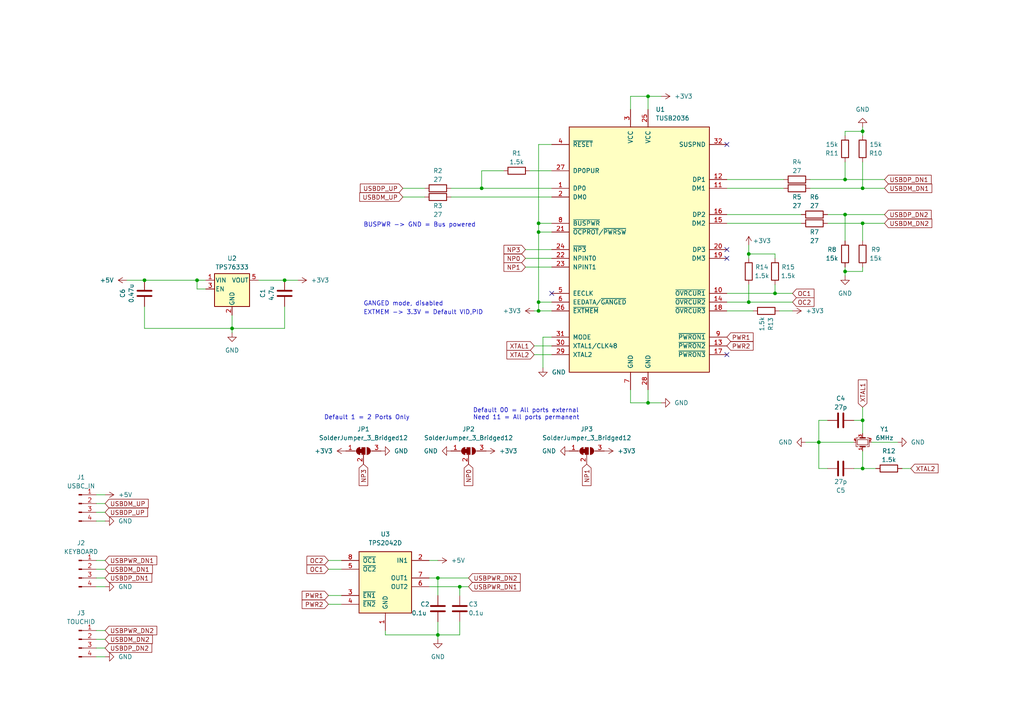
<source format=kicad_sch>
(kicad_sch (version 20230121) (generator eeschema)
  (paper "A4")
  (lib_symbols
    (symbol "Connector:Conn_01x04_Pin" (pin_names (offset 1.016) hide)
      (property "Reference" "J" (at 0 5.08 0))
      (property "Value" "Conn_01x04_Pin" (at 0 -7.62 0))
      (symbol "Conn_01x04_Pin_1_1"
        (polyline (pts (xy 1.27 -5.08) (xy 0.8636 -5.08)) (stroke (width 0.1524)))
        (polyline (pts (xy 1.27 -2.54) (xy 0.8636 -2.54)) (stroke (width 0.1524)))
        (polyline (pts (xy 1.27 0) (xy 0.8636 0)) (stroke (width 0.1524)))
        (polyline (pts (xy 1.27 2.54) (xy 0.8636 2.54)) (stroke (width 0.1524)))
        (rectangle (start 0.8636 -4.953) (end 0 -5.207) (stroke (width 0.1524)) (fill (type outline)))
        (rectangle (start 0.8636 -2.413) (end 0 -2.667) (stroke (width 0.1524)) (fill (type outline)))
        (rectangle (start 0.8636 0.127) (end 0 -0.127) (stroke (width 0.1524)) (fill (type outline)))
        (rectangle (start 0.8636 2.667) (end 0 2.413) (stroke (width 0.1524)) (fill (type outline)))
        (pin passive line (at 5.08 2.54 180) (length 3.81) (name "Pin_1") (number "1"))
        (pin passive line (at 5.08 0 180) (length 3.81) (name "Pin_2") (number "2"))
        (pin passive line (at 5.08 -2.54 180) (length 3.81) (name "Pin_3") (number "3"))
        (pin passive line (at 5.08 -5.08 180) (length 3.81) (name "Pin_4") (number "4"))
      )
    )
    (symbol "Device:C" (pin_numbers hide) (pin_names (offset 0.254))
      (property "Reference" "C" (at 0.635 2.54 0))
      (property "Value" "C" (at 0.635 -2.54 0))
      (symbol "C_0_1"
        (polyline (pts (xy -2.032 -0.762) (xy 2.032 -0.762)) (stroke (width 0.508)))
        (polyline (pts (xy -2.032 0.762) (xy 2.032 0.762)) (stroke (width 0.508)))
      )
      (symbol "C_1_1"
        (pin passive line (at 0 3.81 270) (length 2.794) (name "~") (number "1"))
        (pin passive line (at 0 -3.81 90) (length 2.794) (name "~") (number "2"))
      )
    )
    (symbol "Device:Crystal_GND24_Small" (pin_names (offset 1.016) hide)
      (property "Reference" "Y" (at 1.27 4.445 0))
      (property "Value" "Crystal_GND24_Small" (at 1.27 2.54 0))
      (symbol "Crystal_GND24_Small_0_1"
        (rectangle (start -0.762 -1.524) (end 0.762 1.524))
        (polyline (pts (xy -1.27 -0.762) (xy -1.27 0.762)) (stroke (width 0.381)))
        (polyline (pts (xy 1.27 -0.762) (xy 1.27 0.762)) (stroke (width 0.381)))
        (polyline (pts (xy -1.27 -1.27) (xy -1.27 -1.905) (xy 1.27 -1.905) (xy 1.27 -1.27)))
        (polyline (pts (xy -1.27 1.27) (xy -1.27 1.905) (xy 1.27 1.905) (xy 1.27 1.27)))
      )
      (symbol "Crystal_GND24_Small_1_1"
        (pin passive line (at -2.54 0 0) (length 1.27) (name "1") (number "1"))
        (pin passive line (at 0 -2.54 90) (length 0.635) (name "2") (number "2"))
        (pin passive line (at 2.54 0 180) (length 1.27) (name "3") (number "3"))
        (pin passive line (at 0 2.54 270) (length 0.635) (name "4") (number "4"))
      )
    )
    (symbol "Device:R" (pin_numbers hide) (pin_names (offset 0))
      (property "Reference" "R" (at 2.032 0 90))
      (property "Value" "R" (at 0 0 90))
      (symbol "R_0_1"
        (rectangle (start -1.016 -2.54) (end 1.016 2.54) (stroke (width 0.254)))
      )
      (symbol "R_1_1"
        (pin passive line (at 0 3.81 270) (length 1.27) (name "~") (number "1"))
        (pin passive line (at 0 -3.81 90) (length 1.27) (name "~") (number "2"))
      )
    )
    (symbol "Interface_USB:TUSB2036" (pin_names (offset 1.016))
      (property "Reference" "U" (at -19.05 36.83 0))
      (property "Value" "TUSB2036" (at 0 0 0))
      (symbol "TUSB2036_0_1"
        (rectangle (start -20.32 35.56) (end 20.32 -35.56) (stroke (width 0.254)) (fill (type background)))
      )
      (symbol "TUSB2036_1_1"
        (pin bidirectional line (at -25.4 17.78 0) (length 5.08) (name "DP0") (number "1"))
        (pin input line (at 25.4 -12.7 180) (length 5.08) (name "~{OVRCUR1}") (number "10"))
        (pin bidirectional line (at 25.4 17.78 180) (length 5.08) (name "DM1") (number "11"))
        (pin bidirectional line (at 25.4 20.32 180) (length 5.08) (name "DP1") (number "12"))
        (pin output line (at 25.4 -27.94 180) (length 5.08) (name "~{PWRON2}") (number "13"))
        (pin input line (at 25.4 -15.24 180) (length 5.08) (name "~{OVRCUR2}") (number "14"))
        (pin bidirectional line (at 25.4 7.62 180) (length 5.08) (name "DM2") (number "15"))
        (pin bidirectional line (at 25.4 10.16 180) (length 5.08) (name "DP2") (number "16"))
        (pin output line (at 25.4 -30.48 180) (length 5.08) (name "~{PWRON3}") (number "17"))
        (pin input line (at 25.4 -17.78 180) (length 5.08) (name "~{OVRCUR3}") (number "18"))
        (pin bidirectional line (at 25.4 -2.54 180) (length 5.08) (name "DM3") (number "19"))
        (pin bidirectional line (at -25.4 15.24 0) (length 5.08) (name "DM0") (number "2"))
        (pin bidirectional line (at 25.4 0 180) (length 5.08) (name "DP3") (number "20"))
        (pin input line (at -25.4 5.08 0) (length 5.08) (name "~{OCPROT}/~{PWRSW}") (number "21"))
        (pin input line (at -25.4 -2.54 0) (length 5.08) (name "NPINT0") (number "22"))
        (pin input line (at -25.4 -5.08 0) (length 5.08) (name "NPINT1") (number "23"))
        (pin input line (at -25.4 0 0) (length 5.08) (name "~{NP3}") (number "24"))
        (pin power_in line (at 2.54 40.64 270) (length 5.08) (name "VCC") (number "25"))
        (pin input line (at -25.4 -17.78 0) (length 5.08) (name "~{EXTMEM}") (number "26"))
        (pin output line (at -25.4 22.86 0) (length 5.08) (name "DP0PUR") (number "27"))
        (pin power_in line (at 2.54 -40.64 90) (length 5.08) (name "GND") (number "28"))
        (pin output line (at -25.4 -30.48 0) (length 5.08) (name "XTAL2") (number "29"))
        (pin power_in line (at -2.54 40.64 270) (length 5.08) (name "VCC") (number "3"))
        (pin input line (at -25.4 -27.94 0) (length 5.08) (name "XTAL1/CLK48") (number "30"))
        (pin input line (at -25.4 -25.4 0) (length 5.08) (name "MODE") (number "31"))
        (pin output line (at 25.4 30.48 180) (length 5.08) (name "SUSPND") (number "32"))
        (pin input line (at -25.4 30.48 0) (length 5.08) (name "~{RESET}") (number "4"))
        (pin tri_state line (at -25.4 -12.7 0) (length 5.08) (name "EECLK") (number "5"))
        (pin bidirectional line (at -25.4 -15.24 0) (length 5.08) (name "EEDATA/~{GANGED}") (number "6"))
        (pin power_in line (at -2.54 -40.64 90) (length 5.08) (name "GND") (number "7"))
        (pin input line (at -25.4 7.62 0) (length 5.08) (name "~{BUSPWR}") (number "8"))
        (pin output line (at 25.4 -25.4 180) (length 5.08) (name "~{PWRON1}") (number "9"))
      )
    )
    (symbol "Jumper:SolderJumper_3_Bridged12" (pin_names (offset 0) hide)
      (property "Reference" "JP" (at -2.54 -2.54 0))
      (property "Value" "SolderJumper_3_Bridged12" (at 0 2.794 0))
      (symbol "SolderJumper_3_Bridged12_0_1"
        (rectangle (start -1.016 0.508) (end -0.508 -0.508) (fill (type outline)))
        (arc (start -1.016 1.016) (mid -2.0276 0) (end -1.016 -1.016))
        (arc (start -1.016 1.016) (mid -2.0276 0) (end -1.016 -1.016) (fill (type outline)))
        (rectangle (start -0.508 1.016) (end 0.508 -1.016) (fill (type outline)))
        (polyline (pts (xy -2.54 0) (xy -2.032 0)))
        (polyline (pts (xy -1.016 1.016) (xy -1.016 -1.016)))
        (polyline (pts (xy 0 -1.27) (xy 0 -1.016)))
        (polyline (pts (xy 1.016 1.016) (xy 1.016 -1.016)))
        (polyline (pts (xy 2.54 0) (xy 2.032 0)))
        (arc (start 1.016 -1.016) (mid 2.0276 0) (end 1.016 1.016))
        (arc (start 1.016 -1.016) (mid 2.0276 0) (end 1.016 1.016) (fill (type outline)))
      )
      (symbol "SolderJumper_3_Bridged12_1_1"
        (pin passive line (at -5.08 0 0) (length 2.54) (name "A") (number "1"))
        (pin passive line (at 0 -3.81 90) (length 2.54) (name "C") (number "2"))
        (pin passive line (at 5.08 0 180) (length 2.54) (name "B") (number "3"))
      )
    )
    (symbol "Power_Management:TPS2042D" (pin_names (offset 1.016))
      (property "Reference" "U" (at 0 10.795 0))
      (property "Value" "TPS2042D" (at 0 8.89 0))
      (symbol "TPS2042D_0_1"
        (rectangle (start -7.62 7.62) (end 7.62 -10.16) (stroke (width 0.254)) (fill (type background)))
      )
      (symbol "TPS2042D_1_1"
        (pin power_in line (at 0 -15.24 90) (length 5.08) (name "GND") (number "1"))
        (pin power_in line (at 12.7 5.08 180) (length 5.08) (name "IN1") (number "2"))
        (pin input line (at -12.7 -5.08 0) (length 5.08) (name "~{EN1}") (number "3"))
        (pin input line (at -12.7 -7.62 0) (length 5.08) (name "~{EN2}") (number "4"))
        (pin open_collector line (at -12.7 2.54 0) (length 5.08) (name "~{OC2}") (number "5"))
        (pin power_out line (at 12.7 -2.54 180) (length 5.08) (name "OUT2") (number "6"))
        (pin power_out line (at 12.7 0 180) (length 5.08) (name "OUT1") (number "7"))
        (pin open_collector line (at -12.7 5.08 0) (length 5.08) (name "~{OC1}") (number "8"))
      )
    )
    (symbol "Regulator_Linear:TPS76333" (pin_names (offset 0.254))
      (property "Reference" "U" (at -3.81 5.715 0))
      (property "Value" "TPS76333" (at 0 5.715 0))
      (symbol "TPS76333_0_1"
        (rectangle (start -5.08 4.445) (end 5.08 -5.08) (stroke (width 0.254)) (fill (type background)))
      )
      (symbol "TPS76333_1_1"
        (pin power_in line (at -7.62 2.54 0) (length 2.54) (name "VIN") (number "1"))
        (pin power_in line (at 0 -7.62 90) (length 2.54) (name "GND") (number "2"))
        (pin input line (at -7.62 0 0) (length 2.54) (name "EN") (number "3"))
        (pin no_connect line (at 5.08 0 180) (length 2.54) hide (name "NC") (number "4"))
        (pin power_out line (at 7.62 2.54 180) (length 2.54) (name "VOUT") (number "5"))
      )
    )
    (symbol "power:+3V3" (power) (pin_names (offset 0))
      (property "Value" "+3V3" (at 0 3.556 0))
      (symbol "+3V3_0_1"
        (polyline (pts (xy -0.762 1.27) (xy 0 2.54)))
        (polyline (pts (xy 0 0) (xy 0 2.54)))
        (polyline (pts (xy 0 2.54) (xy 0.762 1.27)))
      )
      (symbol "+3V3_1_1"
        (pin power_in line (at 0 0 90) (length 0) hide (name "+3V3") (number "1"))
      )
    )
    (symbol "power:+5V" (power) (pin_names (offset 0))
      (property "Value" "+5V" (at 0 3.556 0))
      (symbol "+5V_0_1"
        (polyline (pts (xy -0.762 1.27) (xy 0 2.54)))
        (polyline (pts (xy 0 0) (xy 0 2.54)))
        (polyline (pts (xy 0 2.54) (xy 0.762 1.27)))
      )
      (symbol "+5V_1_1"
        (pin power_in line (at 0 0 90) (length 0) hide (name "+5V") (number "1"))
      )
    )
    (symbol "power:GND" (power) (pin_names (offset 0))
      (property "Value" "GND" (at 0 -3.81 0))
      (symbol "GND_0_1"
        (polyline (pts (xy 0 0) (xy 0 -1.27) (xy 1.27 -1.27) (xy 0 -2.54) (xy -1.27 -1.27) (xy 0 -1.27)))
      )
      (symbol "GND_1_1"
        (pin power_in line (at 0 0 270) (length 0) hide (name "GND") (number "1"))
      )
    )
  )
  (junction (at 217.17 73.66))
  (junction (at 250.19 38.1))
  (junction (at 245.11 78.74))
  (junction (at 245.11 52.07))
  (junction (at 139.7 54.61))
  (junction (at 127 184.15))
  (junction (at 156.21 64.77))
  (junction (at 245.11 62.23))
  (junction (at 156.21 67.31))
  (junction (at 250.19 121.92))
  (junction (at 250.19 54.61))
  (junction (at 67.31 95.25))
  (junction (at 217.17 87.63))
  (junction (at 57.15 81.28))
  (junction (at 82.55 81.28))
  (junction (at 237.49 128.27))
  (junction (at 187.96 27.94))
  (junction (at 156.21 90.17))
  (junction (at 156.21 87.63))
  (junction (at 41.91 81.28))
  (junction (at 127 167.64))
  (junction (at 250.19 64.77))
  (junction (at 224.79 85.09))
  (junction (at 187.96 116.84))
  (junction (at 133.35 170.18))
  (junction (at 250.19 135.89))
  (no_connect (at 210.82 72.39))
  (no_connect (at 210.82 74.93))
  (no_connect (at 210.82 102.87))
  (no_connect (at 210.82 41.91))
  (no_connect (at 160.02 85.09))
  (wire (pts (xy 133.35 180.34) (xy 133.35 184.15)))
  (wire (pts (xy 95.25 175.26) (xy 99.06 175.26)))
  (wire (pts (xy 245.11 38.1) (xy 245.11 39.37)))
  (wire (pts (xy 41.91 88.9) (xy 41.91 95.25)))
  (wire (pts (xy 250.19 36.83) (xy 250.19 38.1)))
  (wire (pts (xy 250.19 118.11) (xy 250.19 121.92)))
  (wire (pts (xy 160.02 41.91) (xy 156.21 41.91)))
  (wire (pts (xy 27.94 185.42) (xy 30.48 185.42)))
  (wire (pts (xy 250.19 39.37) (xy 250.19 38.1)))
  (wire (pts (xy 261.62 135.89) (xy 264.16 135.89)))
  (wire (pts (xy 237.49 128.27) (xy 233.68 128.27)))
  (wire (pts (xy 133.35 170.18) (xy 135.89 170.18)))
  (wire (pts (xy 182.88 27.94) (xy 187.96 27.94)))
  (wire (pts (xy 210.82 52.07) (xy 227.33 52.07)))
  (wire (pts (xy 127 184.15) (xy 127 185.42)))
  (wire (pts (xy 154.94 100.33) (xy 160.02 100.33)))
  (wire (pts (xy 250.19 78.74) (xy 250.19 77.47)))
  (wire (pts (xy 217.17 82.55) (xy 217.17 87.63)))
  (wire (pts (xy 153.67 49.53) (xy 160.02 49.53)))
  (wire (pts (xy 182.88 116.84) (xy 187.96 116.84)))
  (wire (pts (xy 41.91 81.28) (xy 57.15 81.28)))
  (wire (pts (xy 245.11 62.23) (xy 245.11 69.85)))
  (wire (pts (xy 256.54 52.07) (xy 245.11 52.07)))
  (wire (pts (xy 57.15 81.28) (xy 59.69 81.28)))
  (wire (pts (xy 237.49 121.92) (xy 237.49 128.27)))
  (wire (pts (xy 116.84 57.15) (xy 123.19 57.15)))
  (wire (pts (xy 156.21 64.77) (xy 156.21 67.31)))
  (wire (pts (xy 156.21 64.77) (xy 160.02 64.77)))
  (wire (pts (xy 245.11 52.07) (xy 234.95 52.07)))
  (wire (pts (xy 217.17 73.66) (xy 217.17 74.93)))
  (wire (pts (xy 41.91 95.25) (xy 67.31 95.25)))
  (wire (pts (xy 36.83 81.28) (xy 41.91 81.28)))
  (wire (pts (xy 154.94 102.87) (xy 160.02 102.87)))
  (wire (pts (xy 250.19 38.1) (xy 245.11 38.1)))
  (wire (pts (xy 250.19 121.92) (xy 250.19 125.73)))
  (wire (pts (xy 139.7 54.61) (xy 160.02 54.61)))
  (wire (pts (xy 245.11 52.07) (xy 245.11 46.99)))
  (wire (pts (xy 95.25 162.56) (xy 99.06 162.56)))
  (wire (pts (xy 217.17 71.12) (xy 217.17 73.66)))
  (wire (pts (xy 187.96 27.94) (xy 187.96 31.75)))
  (wire (pts (xy 154.94 90.17) (xy 156.21 90.17)))
  (wire (pts (xy 127 167.64) (xy 135.89 167.64)))
  (wire (pts (xy 27.94 182.88) (xy 30.48 182.88)))
  (wire (pts (xy 59.69 83.82) (xy 57.15 83.82)))
  (wire (pts (xy 240.03 121.92) (xy 237.49 121.92)))
  (wire (pts (xy 133.35 172.72) (xy 133.35 170.18)))
  (wire (pts (xy 210.82 85.09) (xy 224.79 85.09)))
  (wire (pts (xy 116.84 54.61) (xy 123.19 54.61)))
  (wire (pts (xy 146.05 49.53) (xy 139.7 49.53)))
  (wire (pts (xy 191.77 116.84) (xy 187.96 116.84)))
  (wire (pts (xy 27.94 162.56) (xy 30.48 162.56)))
  (wire (pts (xy 254 135.89) (xy 250.19 135.89)))
  (wire (pts (xy 217.17 73.66) (xy 224.79 73.66)))
  (wire (pts (xy 247.65 135.89) (xy 250.19 135.89)))
  (wire (pts (xy 250.19 54.61) (xy 250.19 46.99)))
  (wire (pts (xy 95.25 165.1) (xy 99.06 165.1)))
  (wire (pts (xy 156.21 87.63) (xy 156.21 90.17)))
  (wire (pts (xy 82.55 81.28) (xy 74.93 81.28)))
  (wire (pts (xy 187.96 116.84) (xy 187.96 113.03)))
  (wire (pts (xy 67.31 95.25) (xy 67.31 91.44)))
  (wire (pts (xy 182.88 31.75) (xy 182.88 27.94)))
  (wire (pts (xy 229.87 90.17) (xy 226.06 90.17)))
  (wire (pts (xy 67.31 95.25) (xy 67.31 96.52)))
  (wire (pts (xy 210.82 62.23) (xy 232.41 62.23)))
  (wire (pts (xy 152.4 74.93) (xy 160.02 74.93)))
  (wire (pts (xy 156.21 67.31) (xy 156.21 87.63)))
  (wire (pts (xy 124.46 170.18) (xy 133.35 170.18)))
  (wire (pts (xy 237.49 135.89) (xy 237.49 128.27)))
  (wire (pts (xy 127 180.34) (xy 127 184.15)))
  (wire (pts (xy 27.94 148.59) (xy 30.48 148.59)))
  (wire (pts (xy 86.36 81.28) (xy 82.55 81.28)))
  (wire (pts (xy 245.11 62.23) (xy 256.54 62.23)))
  (wire (pts (xy 210.82 64.77) (xy 232.41 64.77)))
  (wire (pts (xy 260.35 128.27) (xy 252.73 128.27)))
  (wire (pts (xy 95.25 172.72) (xy 99.06 172.72)))
  (wire (pts (xy 157.48 97.79) (xy 157.48 106.68)))
  (wire (pts (xy 27.94 165.1) (xy 30.48 165.1)))
  (wire (pts (xy 247.65 128.27) (xy 237.49 128.27)))
  (wire (pts (xy 152.4 77.47) (xy 160.02 77.47)))
  (wire (pts (xy 224.79 85.09) (xy 229.87 85.09)))
  (wire (pts (xy 27.94 167.64) (xy 30.48 167.64)))
  (wire (pts (xy 224.79 82.55) (xy 224.79 85.09)))
  (wire (pts (xy 111.76 182.88) (xy 111.76 184.15)))
  (wire (pts (xy 152.4 72.39) (xy 160.02 72.39)))
  (wire (pts (xy 124.46 167.64) (xy 127 167.64)))
  (wire (pts (xy 250.19 64.77) (xy 240.03 64.77)))
  (wire (pts (xy 139.7 49.53) (xy 139.7 54.61)))
  (wire (pts (xy 247.65 121.92) (xy 250.19 121.92)))
  (wire (pts (xy 111.76 184.15) (xy 127 184.15)))
  (wire (pts (xy 250.19 130.81) (xy 250.19 135.89)))
  (wire (pts (xy 27.94 143.51) (xy 30.48 143.51)))
  (wire (pts (xy 245.11 77.47) (xy 245.11 78.74)))
  (wire (pts (xy 250.19 54.61) (xy 256.54 54.61)))
  (wire (pts (xy 156.21 67.31) (xy 160.02 67.31)))
  (wire (pts (xy 27.94 151.13) (xy 30.48 151.13)))
  (wire (pts (xy 234.95 54.61) (xy 250.19 54.61)))
  (wire (pts (xy 240.03 135.89) (xy 237.49 135.89)))
  (wire (pts (xy 210.82 87.63) (xy 217.17 87.63)))
  (wire (pts (xy 240.03 62.23) (xy 245.11 62.23)))
  (wire (pts (xy 256.54 64.77) (xy 250.19 64.77)))
  (wire (pts (xy 160.02 97.79) (xy 157.48 97.79)))
  (wire (pts (xy 224.79 74.93) (xy 224.79 73.66)))
  (wire (pts (xy 67.31 95.25) (xy 82.55 95.25)))
  (wire (pts (xy 27.94 146.05) (xy 30.48 146.05)))
  (wire (pts (xy 191.77 27.94) (xy 187.96 27.94)))
  (wire (pts (xy 217.17 87.63) (xy 229.87 87.63)))
  (wire (pts (xy 245.11 78.74) (xy 250.19 78.74)))
  (wire (pts (xy 218.44 90.17) (xy 210.82 90.17)))
  (wire (pts (xy 127 172.72) (xy 127 167.64)))
  (wire (pts (xy 156.21 87.63) (xy 160.02 87.63)))
  (wire (pts (xy 210.82 54.61) (xy 227.33 54.61)))
  (wire (pts (xy 156.21 90.17) (xy 160.02 90.17)))
  (wire (pts (xy 27.94 190.5) (xy 30.48 190.5)))
  (wire (pts (xy 27.94 170.18) (xy 30.48 170.18)))
  (wire (pts (xy 133.35 184.15) (xy 127 184.15)))
  (wire (pts (xy 250.19 64.77) (xy 250.19 69.85)))
  (wire (pts (xy 245.11 80.01) (xy 245.11 78.74)))
  (wire (pts (xy 130.81 57.15) (xy 160.02 57.15)))
  (wire (pts (xy 82.55 88.9) (xy 82.55 95.25)))
  (wire (pts (xy 27.94 187.96) (xy 30.48 187.96)))
  (wire (pts (xy 57.15 83.82) (xy 57.15 81.28)))
  (wire (pts (xy 156.21 41.91) (xy 156.21 64.77)))
  (wire (pts (xy 182.88 113.03) (xy 182.88 116.84)))
  (wire (pts (xy 127 162.56) (xy 124.46 162.56)))
  (wire (pts (xy 130.81 54.61) (xy 139.7 54.61)))
  (text "Default 1 = 2 Ports Only" (at 93.98 121.92 0) (effects (font (size 1.27 1.27)) (justify left bottom)))
  (text "GANGED mode, disabled" (at 105.41 88.9 0) (effects (font (size 1.27 1.27)) (justify left bottom)))
  (text "Default 00 = All ports external\nNeed 11 = All ports permanent" (at 137.16 121.92 0) (effects (font (size 1.27 1.27)) (justify left bottom)))
  (text "BUSPWR -> GND = Bus powered" (at 105.41 66.04 0) (effects (font (size 1.27 1.27)) (justify left bottom)))
  (text "EXTMEM -> 3.3V = Default VID,PID" (at 105.41 91.44 0) (effects (font (size 1.27 1.27)) (justify left bottom)))
  (global_label "USBDM_DN1" (shape input) (at 256.54 54.61 0) (property "Intersheetrefs" "${INTERSHEET_REFS}" (effects hide)))
  (global_label "USBDM_UP" (shape input) (at 30.48 146.05 0) (property "Intersheetrefs" "${INTERSHEET_REFS}" (effects hide)))
  (global_label "NP1" (shape input) (at 152.4 77.47 180) (property "Intersheetrefs" "${INTERSHEET_REFS}" (effects hide)))
  (global_label "NP0" (shape input) (at 152.4 74.93 180) (property "Intersheetrefs" "${INTERSHEET_REFS}" (effects hide)))
  (global_label "OC1" (shape input) (at 95.25 165.1 180) (property "Intersheetrefs" "${INTERSHEET_REFS}" (effects hide)))
  (global_label "PWR2" (shape input) (at 95.25 175.26 180) (property "Intersheetrefs" "${INTERSHEET_REFS}" (effects hide)))
  (global_label "USBDP_UP" (shape input) (at 116.84 54.61 180) (property "Intersheetrefs" "${INTERSHEET_REFS}" (effects hide)))
  (global_label "XTAL1" (shape input) (at 250.19 118.11 90) (property "Intersheetrefs" "${INTERSHEET_REFS}" (effects hide)))
  (global_label "OC1" (shape input) (at 229.87 85.09 0) (property "Intersheetrefs" "${INTERSHEET_REFS}" (effects hide)))
  (global_label "OC2" (shape input) (at 229.87 87.63 0) (property "Intersheetrefs" "${INTERSHEET_REFS}" (effects hide)))
  (global_label "NP3" (shape input) (at 152.4 72.39 180) (property "Intersheetrefs" "${INTERSHEET_REFS}" (effects hide)))
  (global_label "USBDM_DN2" (shape input) (at 30.48 185.42 0) (property "Intersheetrefs" "${INTERSHEET_REFS}" (effects hide)))
  (global_label "PWR2" (shape input) (at 210.82 100.33 0) (property "Intersheetrefs" "${INTERSHEET_REFS}" (effects hide)))
  (global_label "PWR1" (shape input) (at 210.82 97.79 0) (property "Intersheetrefs" "${INTERSHEET_REFS}" (effects hide)))
  (global_label "USBDP_UP" (shape input) (at 30.48 148.59 0) (property "Intersheetrefs" "${INTERSHEET_REFS}" (effects hide)))
  (global_label "USBDM_DN1" (shape input) (at 30.48 165.1 0) (property "Intersheetrefs" "${INTERSHEET_REFS}" (effects hide)))
  (global_label "XTAL1" (shape input) (at 154.94 100.33 180) (property "Intersheetrefs" "${INTERSHEET_REFS}" (effects hide)))
  (global_label "USBDP_DN2" (shape input) (at 256.54 62.23 0) (property "Intersheetrefs" "${INTERSHEET_REFS}" (effects hide)))
  (global_label "USBDM_UP" (shape input) (at 116.84 57.15 180) (property "Intersheetrefs" "${INTERSHEET_REFS}" (effects hide)))
  (global_label "USBPWR_DN1" (shape input) (at 30.48 162.56 0) (property "Intersheetrefs" "${INTERSHEET_REFS}" (effects hide)))
  (global_label "USBDM_DN2" (shape input) (at 256.54 64.77 0) (property "Intersheetrefs" "${INTERSHEET_REFS}" (effects hide)))
  (global_label "USBPWR_DN2" (shape input) (at 135.89 167.64 0) (property "Intersheetrefs" "${INTERSHEET_REFS}" (effects hide)))
  (global_label "NP1" (shape input) (at 170.18 134.62 270) (property "Intersheetrefs" "${INTERSHEET_REFS}" (effects hide)))
  (global_label "USBDP_DN1" (shape input) (at 256.54 52.07 0) (property "Intersheetrefs" "${INTERSHEET_REFS}" (effects hide)))
  (global_label "XTAL2" (shape input) (at 154.94 102.87 180) (property "Intersheetrefs" "${INTERSHEET_REFS}" (effects hide)))
  (global_label "USBPWR_DN2" (shape input) (at 30.48 182.88 0) (property "Intersheetrefs" "${INTERSHEET_REFS}" (effects hide)))
  (global_label "USBPWR_DN1" (shape input) (at 135.89 170.18 0) (property "Intersheetrefs" "${INTERSHEET_REFS}" (effects hide)))
  (global_label "USBDP_DN2" (shape input) (at 30.48 187.96 0) (property "Intersheetrefs" "${INTERSHEET_REFS}" (effects hide)))
  (global_label "OC2" (shape input) (at 95.25 162.56 180) (property "Intersheetrefs" "${INTERSHEET_REFS}" (effects hide)))
  (global_label "NP3" (shape input) (at 105.41 134.62 270) (property "Intersheetrefs" "${INTERSHEET_REFS}" (effects hide)))
  (global_label "NP0" (shape input) (at 135.89 134.62 270) (property "Intersheetrefs" "${INTERSHEET_REFS}" (effects hide)))
  (global_label "PWR1" (shape input) (at 95.25 172.72 180) (property "Intersheetrefs" "${INTERSHEET_REFS}" (effects hide)))
  (global_label "XTAL2" (shape input) (at 264.16 135.89 0) (property "Intersheetrefs" "${INTERSHEET_REFS}" (effects hide)))
  (global_label "USBDP_DN1" (shape input) (at 30.48 167.64 0) (property "Intersheetrefs" "${INTERSHEET_REFS}" (effects hide)))
  (symbol (lib_id "Connector:Conn_01x04_Pin") (at 22.86 146.05 0) (unit 1)
    (property "Reference" "J1" (at 23.495 138.43 0))
    (property "Value" "USBC_IN" (at 23.495 140.97 0))
    (property "Footprint" "Connector_Wire:SolderWire-0.1sqmm_1x04_P3.6mm_D0.4mm_OD1mm" (effects hide))
  )
  (symbol (lib_id "Connector:Conn_01x04_Pin") (at 22.86 165.1 0) (unit 1)
    (property "Reference" "J2" (at 23.495 157.48 0))
    (property "Value" "KEYBOARD" (at 23.495 160.02 0))
    (property "Footprint" "Connector_Wire:SolderWire-0.1sqmm_1x04_P3.6mm_D0.4mm_OD1mm" (effects hide))
  )
  (symbol (lib_id "Interface_USB:TUSB2036") (at 185.42 72.39 0) (unit 1)
    (property "Reference" "U1" (at 190.1541 31.75 0) (effects (justify left)))
    (property "Value" "TUSB2036" (at 190.1541 34.29 0) (effects (justify left)))
    (property "Footprint" "Package_QFP:LQFP-32_7x7mm_P0.8mm" (effects hide))
    (property "Datasheet" "http://www.ti.com/lit/ds/symlink/tusb2036.pdf" (effects hide))
  )
  (symbol (lib_id "power:GND") (at 250.19 36.83 180) (unit 1)
    (property "Reference" "#PWR011" (effects hide))
    (property "Value" "GND" (at 250.19 31.75 0))
  )
  (symbol (lib_id "power:+3V3") (at 191.77 27.94 270) (unit 1)
    (property "Reference" "#PWR022" (effects hide))
    (property "Value" "+3V3" (at 195.58 27.94 90) (effects (justify left)))
  )
  (symbol (lib_id "Device:C") (at 243.84 135.89 90) (unit 1)
    (property "Reference" "C5" (at 243.84 142.24 90))
    (property "Value" "27p" (at 243.84 139.7 90))
    (property "Footprint" "Capacitor_SMD:C_0603_1608Metric_Pad1.08x0.95mm_HandSolder" (effects hide))
  )
  (symbol (lib_id "Regulator_Linear:TPS76333") (at 67.31 83.82 0) (unit 1)
    (property "Reference" "U2" (at 67.31 74.93 0))
    (property "Value" "TPS76333" (at 67.31 77.47 0))
    (property "Footprint" "Package_TO_SOT_SMD:SOT-23-5" (effects hide))
    (property "Datasheet" "http://www.ti.com/lit/ds/symlink/tps763.pdf" (effects hide))
  )
  (symbol (lib_id "Device:R") (at 245.11 73.66 180) (unit 1)
    (property "Reference" "R8" (at 241.3 72.39 0))
    (property "Value" "15k" (at 241.3 74.93 0))
    (property "Footprint" "Resistor_SMD:R_0603_1608Metric_Pad0.98x0.95mm_HandSolder" (effects hide))
  )
  (symbol (lib_id "power:+3V3") (at 86.36 81.28 270) (unit 1)
    (property "Reference" "#PWR014" (effects hide))
    (property "Value" "+3V3" (at 90.17 81.28 90) (effects (justify left)))
  )
  (symbol (lib_id "power:GND") (at 245.11 80.01 0) (unit 1)
    (property "Reference" "#PWR09" (effects hide))
    (property "Value" "GND" (at 245.11 85.09 0))
  )
  (symbol (lib_id "Device:C") (at 243.84 121.92 90) (unit 1)
    (property "Reference" "C4" (at 243.84 115.57 90))
    (property "Value" "27p" (at 243.84 118.11 90))
    (property "Footprint" "Capacitor_SMD:C_0603_1608Metric_Pad1.08x0.95mm_HandSolder" (effects hide))
  )
  (symbol (lib_id "Jumper:SolderJumper_3_Bridged12") (at 105.41 130.81 0) (unit 1)
    (property "Reference" "JP1" (at 105.41 124.46 0))
    (property "Value" "SolderJumper_3_Bridged12" (at 105.41 127 0))
    (property "Footprint" "Jumper:SolderJumper-3_P1.3mm_Bridged12_Pad1.0x1.5mm_NumberLabels" (effects hide))
  )
  (symbol (lib_id "Device:R") (at 231.14 54.61 90) (unit 1)
    (property "Reference" "R5" (at 231.14 57.15 90))
    (property "Value" "27" (at 231.14 59.69 90))
    (property "Footprint" "Resistor_SMD:R_0603_1608Metric_Pad0.98x0.95mm_HandSolder" (effects hide))
  )
  (symbol (lib_id "Connector:Conn_01x04_Pin") (at 22.86 185.42 0) (unit 1)
    (property "Reference" "J3" (at 23.495 177.8 0))
    (property "Value" "TOUCHID" (at 23.495 180.34 0))
    (property "Footprint" "Connector_Wire:SolderWire-0.1sqmm_1x04_P3.6mm_D0.4mm_OD1mm" (effects hide))
  )
  (symbol (lib_id "power:+3V3") (at 229.87 90.17 270) (unit 1)
    (property "Reference" "#PWR025" (effects hide))
    (property "Value" "+3V3" (at 233.68 90.17 90) (effects (justify left)))
  )
  (symbol (lib_id "Device:R") (at 127 54.61 90) (unit 1)
    (property "Reference" "R2" (at 127 49.53 90))
    (property "Value" "27" (at 127 52.07 90))
    (property "Footprint" "Resistor_SMD:R_0603_1608Metric_Pad0.98x0.95mm_HandSolder" (effects hide))
  )
  (symbol (lib_id "Device:C") (at 82.55 85.09 0) (unit 1)
    (property "Reference" "C1" (at 76.2 85.09 90))
    (property "Value" "4.7u" (at 78.74 85.09 90))
    (property "Footprint" "Capacitor_SMD:C_0603_1608Metric_Pad1.08x0.95mm_HandSolder" (effects hide))
  )
  (symbol (lib_id "Device:R") (at 149.86 49.53 90) (unit 1)
    (property "Reference" "R1" (at 149.86 44.45 90))
    (property "Value" "1.5k" (at 149.86 46.99 90))
    (property "Footprint" "Resistor_SMD:R_0603_1608Metric_Pad0.98x0.95mm_HandSolder" (effects hide))
  )
  (symbol (lib_id "power:+3V3") (at 100.33 130.81 90) (unit 1)
    (property "Reference" "#PWR06" (effects hide))
    (property "Value" "+3V3" (at 96.52 130.81 90) (effects (justify left)))
  )
  (symbol (lib_id "Device:R") (at 236.22 62.23 90) (unit 1)
    (property "Reference" "R6" (at 236.22 57.15 90))
    (property "Value" "27" (at 236.22 59.69 90))
    (property "Footprint" "Resistor_SMD:R_0603_1608Metric_Pad0.98x0.95mm_HandSolder" (effects hide))
  )
  (symbol (lib_id "power:GND") (at 30.48 151.13 90) (unit 1)
    (property "Reference" "#PWR08" (effects hide))
    (property "Value" "GND" (at 34.29 151.13 90) (effects (justify right)))
  )
  (symbol (lib_id "power:GND") (at 233.68 128.27 270) (unit 1)
    (property "Reference" "#PWR018" (effects hide))
    (property "Value" "GND" (at 229.87 128.27 90) (effects (justify right)))
  )
  (symbol (lib_id "Device:R") (at 217.17 78.74 180) (unit 1)
    (property "Reference" "R14" (at 220.98 77.47 0))
    (property "Value" "1.5k" (at 220.98 80.01 0))
    (property "Footprint" "Resistor_SMD:R_0603_1608Metric_Pad0.98x0.95mm_HandSolder" (effects hide))
  )
  (symbol (lib_id "power:GND") (at 30.48 170.18 90) (unit 1)
    (property "Reference" "#PWR010" (effects hide))
    (property "Value" "GND" (at 34.29 170.18 90) (effects (justify right)))
  )
  (symbol (lib_id "power:+3V3") (at 154.94 90.17 90) (unit 1)
    (property "Reference" "#PWR024" (effects hide))
    (property "Value" "+3V3" (at 151.13 90.17 90) (effects (justify left)))
  )
  (symbol (lib_id "power:+3V3") (at 140.97 130.81 270) (unit 1)
    (property "Reference" "#PWR015" (effects hide))
    (property "Value" "+3V3" (at 144.78 130.81 90) (effects (justify left)))
  )
  (symbol (lib_id "Device:R") (at 231.14 52.07 90) (unit 1)
    (property "Reference" "R4" (at 231.14 46.99 90))
    (property "Value" "27" (at 231.14 49.53 90))
    (property "Footprint" "Resistor_SMD:R_0603_1608Metric_Pad0.98x0.95mm_HandSolder" (effects hide))
  )
  (symbol (lib_id "Device:Crystal_GND24_Small") (at 250.19 128.27 90) (unit 1)
    (property "Reference" "Y1" (at 256.54 124.46 90))
    (property "Value" "6MHz" (at 256.54 127 90))
    (property "Footprint" "Crystal:Crystal_SMD_7050-4Pin_7.0x5.0mm" (effects hide))
  )
  (symbol (lib_id "Device:R") (at 127 57.15 90) (unit 1)
    (property "Reference" "R3" (at 127 59.69 90))
    (property "Value" "27" (at 127 62.23 90))
    (property "Footprint" "Resistor_SMD:R_0603_1608Metric_Pad0.98x0.95mm_HandSolder" (effects hide))
  )
  (symbol (lib_id "Device:R") (at 222.25 90.17 90) (unit 1)
    (property "Reference" "R13" (at 223.52 93.98 0))
    (property "Value" "1.5k" (at 220.98 93.98 0))
    (property "Footprint" "Resistor_SMD:R_0603_1608Metric_Pad0.98x0.95mm_HandSolder" (effects hide))
  )
  (symbol (lib_id "Device:R") (at 245.11 43.18 0) (unit 1)
    (property "Reference" "R11" (at 241.3 44.45 0))
    (property "Value" "15k" (at 241.3 41.91 0))
    (property "Footprint" "Resistor_SMD:R_0603_1608Metric_Pad0.98x0.95mm_HandSolder" (effects hide))
  )
  (symbol (lib_id "Device:R") (at 250.19 73.66 180) (unit 1)
    (property "Reference" "R9" (at 254 72.39 0))
    (property "Value" "15k" (at 254 74.93 0))
    (property "Footprint" "Resistor_SMD:R_0603_1608Metric_Pad0.98x0.95mm_HandSolder" (effects hide))
  )
  (symbol (lib_id "power:GND") (at 165.1 130.81 270) (unit 1)
    (property "Reference" "#PWR05" (effects hide))
    (property "Value" "GND" (at 161.29 130.81 90) (effects (justify right)))
  )
  (symbol (lib_id "Jumper:SolderJumper_3_Bridged12") (at 170.18 130.81 0) (unit 1)
    (property "Reference" "JP3" (at 170.18 124.46 0))
    (property "Value" "SolderJumper_3_Bridged12" (at 170.18 127 0))
    (property "Footprint" "Jumper:SolderJumper-3_P1.3mm_Bridged12_Pad1.0x1.5mm_NumberLabels" (effects hide))
  )
  (symbol (lib_id "Jumper:SolderJumper_3_Bridged12") (at 135.89 130.81 0) (unit 1)
    (property "Reference" "JP2" (at 135.89 124.46 0))
    (property "Value" "SolderJumper_3_Bridged12" (at 135.89 127 0))
    (property "Footprint" "Jumper:SolderJumper-3_P1.3mm_Bridged12_Pad1.0x1.5mm_NumberLabels" (effects hide))
  )
  (symbol (lib_id "Device:R") (at 257.81 135.89 270) (unit 1)
    (property "Reference" "R12" (at 257.81 130.81 90))
    (property "Value" "1.5k" (at 257.81 133.35 90))
    (property "Footprint" "Resistor_SMD:R_0603_1608Metric_Pad0.98x0.95mm_HandSolder" (effects hide))
  )
  (symbol (lib_id "Device:R") (at 224.79 78.74 180) (unit 1)
    (property "Reference" "R15" (at 228.6 77.47 0))
    (property "Value" "1.5k" (at 228.6 80.01 0))
    (property "Footprint" "Resistor_SMD:R_0603_1608Metric_Pad0.98x0.95mm_HandSolder" (effects hide))
  )
  (symbol (lib_id "power:GND") (at 67.31 96.52 0) (unit 1)
    (property "Reference" "#PWR020" (effects hide))
    (property "Value" "GND" (at 67.31 101.6 0))
  )
  (symbol (lib_id "power:GND") (at 30.48 190.5 90) (unit 1)
    (property "Reference" "#PWR012" (effects hide))
    (property "Value" "GND" (at 34.29 190.5 90) (effects (justify right)))
  )
  (symbol (lib_id "Device:C") (at 41.91 85.09 180) (unit 1)
    (property "Reference" "C6" (at 35.56 85.09 90))
    (property "Value" "0.47u" (at 38.1 85.09 90))
    (property "Footprint" "Capacitor_SMD:C_0603_1608Metric_Pad1.08x0.95mm_HandSolder" (effects hide))
  )
  (symbol (lib_id "power:+3V3") (at 217.17 71.12 0) (unit 1)
    (property "Reference" "#PWR019" (effects hide))
    (property "Value" "+3V3" (at 220.98 69.85 0))
  )
  (symbol (lib_id "power:GND") (at 110.49 130.81 90) (unit 1)
    (property "Reference" "#PWR02" (effects hide))
    (property "Value" "GND" (at 114.3 130.81 90) (effects (justify right)))
  )
  (symbol (lib_id "Device:R") (at 250.19 43.18 0) (unit 1)
    (property "Reference" "R10" (at 254 44.45 0))
    (property "Value" "15k" (at 254 41.91 0))
    (property "Footprint" "Resistor_SMD:R_0603_1608Metric_Pad0.98x0.95mm_HandSolder" (effects hide))
  )
  (symbol (lib_id "power:+5V") (at 30.48 143.51 270) (unit 1)
    (property "Reference" "#PWR07" (effects hide))
    (property "Value" "+5V" (at 34.29 143.51 90) (effects (justify left)))
  )
  (symbol (lib_id "Power_Management:TPS2042D") (at 111.76 167.64 0) (unit 1)
    (property "Reference" "U3" (at 111.76 154.94 0))
    (property "Value" "TPS2042D" (at 111.76 157.48 0))
    (property "Footprint" "Package_SO:SOIC-8_3.9x4.9mm_P1.27mm" (effects hide))
    (property "Datasheet" "http://www.ti.com/lit/ds/symlink/tps2042.pdf" (effects hide))
  )
  (symbol (lib_id "power:GND") (at 157.48 106.68 0) (unit 1)
    (property "Reference" "#PWR023" (effects hide))
    (property "Value" "GND" (at 160.02 107.95 0) (effects (justify left)))
  )
  (symbol (lib_id "power:GND") (at 130.81 130.81 270) (unit 1)
    (property "Reference" "#PWR04" (effects hide))
    (property "Value" "GND" (at 127 130.81 90) (effects (justify right)))
  )
  (symbol (lib_id "power:+5V") (at 127 162.56 270) (unit 1)
    (property "Reference" "#PWR01" (effects hide))
    (property "Value" "+5V" (at 130.81 162.56 90) (effects (justify left)))
  )
  (symbol (lib_id "power:GND") (at 191.77 116.84 90) (unit 1)
    (property "Reference" "#PWR021" (effects hide))
    (property "Value" "GND" (at 195.58 116.84 90) (effects (justify right)))
  )
  (symbol (lib_id "Device:R") (at 236.22 64.77 90) (unit 1)
    (property "Reference" "R7" (at 236.22 67.31 90))
    (property "Value" "27" (at 236.22 69.85 90))
    (property "Footprint" "Resistor_SMD:R_0603_1608Metric_Pad0.98x0.95mm_HandSolder" (effects hide))
  )
  (symbol (lib_id "power:GND") (at 260.35 128.27 90) (unit 1)
    (property "Reference" "#PWR017" (effects hide))
    (property "Value" "GND" (at 264.16 128.27 90) (effects (justify right)))
  )
  (symbol (lib_id "Device:C") (at 127 176.53 0) (unit 1)
    (property "Reference" "C2" (at 121.92 175.26 0) (effects (justify left)))
    (property "Value" "0.1u" (at 119.38 177.8 0) (effects (justify left)))
    (property "Footprint" "Capacitor_SMD:C_0603_1608Metric_Pad1.08x0.95mm_HandSolder" (effects hide))
  )
  (symbol (lib_id "power:GND") (at 127 185.42 0) (unit 1)
    (property "Reference" "#PWR03" (effects hide))
    (property "Value" "GND" (at 127 190.5 0))
  )
  (symbol (lib_id "power:+5V") (at 36.83 81.28 90) (unit 1)
    (property "Reference" "#PWR013" (effects hide))
    (property "Value" "+5V" (at 33.02 81.28 90) (effects (justify left)))
  )
  (symbol (lib_id "power:+3V3") (at 175.26 130.81 270) (unit 1)
    (property "Reference" "#PWR016" (effects hide))
    (property "Value" "+3V3" (at 179.07 130.81 90) (effects (justify left)))
  )
  (symbol (lib_id "Device:C") (at 133.35 176.53 0) (unit 1)
    (property "Reference" "C3" (at 135.89 175.26 0) (effects (justify left)))
    (property "Value" "0.1u" (at 135.89 177.8 0) (effects (justify left)))
    (property "Footprint" "Capacitor_SMD:C_0603_1608Metric_Pad1.08x0.95mm_HandSolder" (effects hide))
  )
)
</source>
